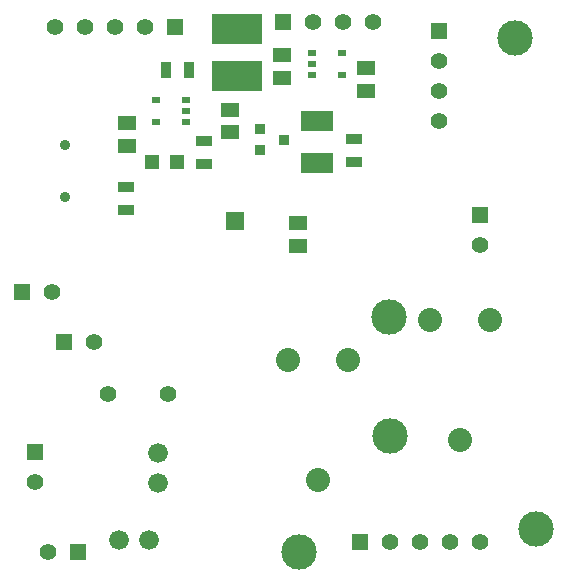
<source format=gbs>
G04 (created by PCBNEW (2013-07-07 BZR 4022)-stable) date 24/04/2015 17:20:23*
%MOIN*%
G04 Gerber Fmt 3.4, Leading zero omitted, Abs format*
%FSLAX34Y34*%
G01*
G70*
G90*
G04 APERTURE LIST*
%ADD10C,0.00590551*%
%ADD11C,0.11811*%
%ADD12C,0.0354*%
%ADD13R,0.03X0.02*%
%ADD14R,0.165354X0.0984252*%
%ADD15R,0.0590551X0.0590551*%
%ADD16R,0.11X0.07*%
%ADD17R,0.035X0.055*%
%ADD18R,0.055X0.035*%
%ADD19R,0.055X0.055*%
%ADD20C,0.055*%
%ADD21C,0.08*%
%ADD22C,0.066*%
%ADD23R,0.0472X0.0472*%
%ADD24C,0.056*%
%ADD25R,0.059X0.0512*%
%ADD26R,0.036X0.036*%
G04 APERTURE END LIST*
G54D10*
G54D11*
X58590Y-47775D03*
X59290Y-64155D03*
G54D12*
X43595Y-51354D03*
X43595Y-53086D03*
G54D11*
X54385Y-57090D03*
X54420Y-61035D03*
X51415Y-64920D03*
G54D13*
X51850Y-49020D03*
X51850Y-48270D03*
X52850Y-49020D03*
X51850Y-48645D03*
X52850Y-48270D03*
X47650Y-49825D03*
X47650Y-50575D03*
X46650Y-49825D03*
X47650Y-50200D03*
X46650Y-50575D03*
G54D14*
X49335Y-49047D03*
X49335Y-47472D03*
G54D15*
X49270Y-53868D03*
G54D16*
X52000Y-51950D03*
X52000Y-50550D03*
G54D17*
X47730Y-48825D03*
X46980Y-48825D03*
G54D18*
X45645Y-52755D03*
X45645Y-53505D03*
X48230Y-51965D03*
X48230Y-51215D03*
X53250Y-51900D03*
X53250Y-51150D03*
G54D19*
X47275Y-47415D03*
G54D20*
X46275Y-47415D03*
X45275Y-47415D03*
X44275Y-47415D03*
X43275Y-47415D03*
G54D19*
X53425Y-64590D03*
G54D20*
X54425Y-64590D03*
X55425Y-64590D03*
X56425Y-64590D03*
X57425Y-64590D03*
G54D19*
X50880Y-47230D03*
G54D20*
X51880Y-47230D03*
X52880Y-47230D03*
X53880Y-47230D03*
G54D19*
X56070Y-47535D03*
G54D20*
X56070Y-48535D03*
X56070Y-49535D03*
X56070Y-50535D03*
G54D19*
X42160Y-56250D03*
G54D20*
X43160Y-56250D03*
G54D19*
X43570Y-57900D03*
G54D20*
X44570Y-57900D03*
G54D19*
X57435Y-53680D03*
G54D20*
X57435Y-54680D03*
G54D19*
X42615Y-61570D03*
G54D20*
X42615Y-62570D03*
G54D21*
X53030Y-58520D03*
X52030Y-62520D03*
X51030Y-58520D03*
X57770Y-57185D03*
X56770Y-61185D03*
X55770Y-57185D03*
G54D22*
X45415Y-64500D03*
X46415Y-64500D03*
X46705Y-62605D03*
X46705Y-61605D03*
G54D23*
X47333Y-51900D03*
X46507Y-51900D03*
G54D24*
X47025Y-59640D03*
X45025Y-59640D03*
G54D25*
X49110Y-50165D03*
X49110Y-50915D03*
X51375Y-53955D03*
X51375Y-54705D03*
X53625Y-48780D03*
X53625Y-49530D03*
X50835Y-49095D03*
X50835Y-48345D03*
X45670Y-51370D03*
X45670Y-50620D03*
G54D26*
X50100Y-50810D03*
X50100Y-51510D03*
X50900Y-51160D03*
G54D19*
X44040Y-64920D03*
G54D20*
X43040Y-64920D03*
M02*

</source>
